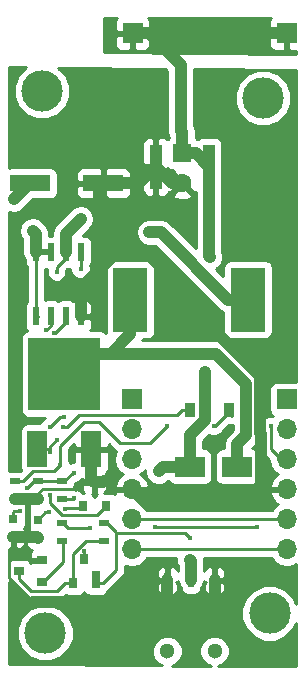
<source format=gtl>
%TF.GenerationSoftware,KiCad,Pcbnew,4.0.7*%
%TF.CreationDate,2017-11-16T22:09:06+08:00*%
%TF.ProjectId,nixie_tube,6E697869655F747562652E6B69636164,rev?*%
%TF.FileFunction,Copper,L1,Top,Signal*%
%FSLAX46Y46*%
G04 Gerber Fmt 4.6, Leading zero omitted, Abs format (unit mm)*
G04 Created by KiCad (PCBNEW 4.0.7) date 11/16/17 22:09:06*
%MOMM*%
%LPD*%
G01*
G04 APERTURE LIST*
%ADD10C,0.100000*%
%ADD11R,1.651000X3.048000*%
%ADD12R,6.096000X6.096000*%
%ADD13C,3.500000*%
%ADD14R,1.600000X1.600000*%
%ADD15C,1.600000*%
%ADD16R,1.000000X3.800000*%
%ADD17R,3.400000X1.400000*%
%ADD18R,0.500000X1.200000*%
%ADD19C,1.300000*%
%ADD20R,0.600000X1.550000*%
%ADD21R,2.900000X5.400000*%
%ADD22R,0.800000X0.900000*%
%ADD23R,0.900000X1.200000*%
%ADD24R,2.500000X1.800000*%
%ADD25R,1.700000X1.700000*%
%ADD26R,0.750000X0.800000*%
%ADD27R,0.900000X0.500000*%
%ADD28R,0.900000X0.800000*%
%ADD29R,0.800000X1.000000*%
%ADD30O,1.700000X1.700000*%
%ADD31C,0.453000*%
%ADD32C,0.600000*%
%ADD33C,1.000000*%
%ADD34C,0.400000*%
%ADD35C,0.250000*%
%ADD36C,1.000000*%
%ADD37C,0.500000*%
%ADD38C,0.254000*%
G04 APERTURE END LIST*
D10*
D11*
X3128000Y-37200000D03*
D12*
X5414000Y-30850000D03*
D11*
X7700000Y-37200000D03*
D13*
X22780000Y-51120000D03*
X3800000Y-52800000D03*
X22200000Y-7500000D03*
X3500000Y-6900000D03*
D14*
X15400000Y-12175000D03*
D15*
X15400000Y-14675000D03*
D16*
X13150000Y-13300000D03*
X17650000Y-13300000D03*
D17*
X2520000Y-14700000D03*
X8720000Y-14700000D03*
D18*
X16130000Y-48310000D03*
X18130000Y-48310000D03*
X14130000Y-48310000D03*
D19*
X14130000Y-54310000D03*
X18130000Y-54310000D03*
D20*
X2995000Y-25950000D03*
X4265000Y-25950000D03*
X5535000Y-25950000D03*
X6805000Y-25950000D03*
X6805000Y-20550000D03*
X5535000Y-20550000D03*
X4265000Y-20550000D03*
X2995000Y-20550000D03*
D21*
X20960000Y-24550000D03*
X11000000Y-24550000D03*
D22*
X7000000Y-42000000D03*
X8900000Y-42000000D03*
X7950000Y-40000000D03*
D23*
X16050000Y-33900000D03*
X19350000Y-33900000D03*
D24*
X16050000Y-38700000D03*
X20050000Y-38700000D03*
D25*
X11200000Y-2000000D03*
D26*
X3150000Y-44700000D03*
X3150000Y-43200000D03*
X1100000Y-44650000D03*
X1100000Y-43150000D03*
D27*
X1200000Y-39925000D03*
X1200000Y-41425000D03*
X5200000Y-41425000D03*
X5200000Y-39925000D03*
X3200000Y-39925000D03*
X3200000Y-41425000D03*
D28*
X3550000Y-48500000D03*
X3550000Y-46600000D03*
X1550000Y-47550000D03*
D27*
X5200000Y-44950000D03*
X5200000Y-43450000D03*
X8800000Y-43450000D03*
X8800000Y-44950000D03*
D22*
X6150000Y-48550000D03*
X8050000Y-48550000D03*
X7100000Y-46550000D03*
D29*
X8050000Y-48000000D03*
D25*
X24250000Y-33000000D03*
D30*
X24250000Y-35540000D03*
X24250000Y-38080000D03*
X24250000Y-40620000D03*
X24250000Y-43160000D03*
X24250000Y-45700000D03*
D25*
X11100000Y-33000000D03*
D30*
X11100000Y-35540000D03*
X11100000Y-38080000D03*
X11100000Y-40620000D03*
X11100000Y-43160000D03*
X11100000Y-45700000D03*
D25*
X24250000Y-2000000D03*
D31*
X4150000Y-42550000D03*
X4161160Y-35303465D03*
X5395441Y-34465377D03*
X4495547Y-27375488D03*
D32*
X8797836Y-39911278D03*
D31*
X6249998Y-39200000D03*
X6780000Y-21950000D03*
X1620000Y-42460000D03*
X2250000Y-40500000D03*
D33*
X17700000Y-20950000D03*
D34*
X6205983Y-41344025D03*
X21875000Y-2800000D03*
X20625000Y-2000000D03*
X21350000Y-2000000D03*
X22200000Y-2000000D03*
X15925000Y-2000000D03*
X14890000Y-2000000D03*
X14225000Y-2665000D03*
X13720000Y-3170000D03*
D33*
X13410000Y-39090000D03*
X17341464Y-30648536D03*
X17350000Y-32450000D03*
D34*
X5450000Y-42250000D03*
X18100002Y-35250000D03*
X14100000Y-35250000D03*
D31*
X5048490Y-38570000D03*
X3890509Y-27129849D03*
D34*
X4200000Y-41100000D03*
D31*
X4766416Y-36419128D03*
D34*
X4220219Y-37416038D03*
D31*
X5296095Y-35317853D03*
D34*
X13050000Y-43824990D03*
D31*
X22925000Y-35250000D03*
D34*
X21760000Y-43790000D03*
X7575010Y-43846613D03*
X1125000Y-16050000D03*
D32*
X12580000Y-18850000D03*
X2730000Y-18710000D03*
D34*
X16030000Y-44750000D03*
D33*
X16030000Y-46600000D03*
D34*
X7092254Y-45865221D03*
X4750000Y-22200000D03*
D31*
X6800000Y-17710000D03*
D35*
X3150000Y-43175000D02*
X3775000Y-42550000D01*
X3150000Y-43200000D02*
X3150000Y-43175000D01*
X3775000Y-42550000D02*
X4150000Y-42550000D01*
X4999248Y-34465377D02*
X4161160Y-35303465D01*
X5395441Y-34465377D02*
X4999248Y-34465377D01*
X5535000Y-26425000D02*
X4584512Y-27375488D01*
X4584512Y-27375488D02*
X4495547Y-27375488D01*
X5535000Y-25950000D02*
X5535000Y-26425000D01*
D36*
X13150000Y-13300000D02*
X14525000Y-14675000D01*
X14525000Y-14675000D02*
X15400000Y-14675000D01*
X8720000Y-14700000D02*
X11750000Y-14700000D01*
X11750000Y-14700000D02*
X13150000Y-13300000D01*
D35*
X1600000Y-45800000D02*
X700000Y-46700000D01*
X700000Y-46700000D02*
X700000Y-48100000D01*
X700000Y-48100000D02*
X2730000Y-50130000D01*
X1600000Y-45800000D02*
X2550000Y-46750000D01*
X1100000Y-45300000D02*
X1600000Y-45800000D01*
X1100000Y-44650000D02*
X1100000Y-45300000D01*
X2550000Y-46750000D02*
X3400000Y-46750000D01*
X3400000Y-46750000D02*
X3550000Y-46600000D01*
X6366184Y-40566186D02*
X6424999Y-40625001D01*
X3200000Y-40925000D02*
X3558814Y-40566186D01*
X3200000Y-41425000D02*
X3200000Y-40925000D01*
X3558814Y-40566186D02*
X6366184Y-40566186D01*
D36*
X12530000Y-20720000D02*
X9660000Y-20720000D01*
X13730000Y-21920000D02*
X12530000Y-20720000D01*
D37*
X6424999Y-40625001D02*
X7050000Y-40000000D01*
X7050000Y-40000000D02*
X7950000Y-40000000D01*
X2296504Y-41571504D02*
X2150000Y-41425000D01*
X2220000Y-44650000D02*
X2296504Y-44573496D01*
X2296504Y-44573496D02*
X2296504Y-41571504D01*
X2150000Y-41425000D02*
X1200000Y-41425000D01*
D36*
X2100171Y-41416698D02*
X2109975Y-41426502D01*
X1200000Y-41425000D02*
X1208302Y-41416698D01*
X2109975Y-41426502D02*
X3198498Y-41426502D01*
X1208302Y-41416698D02*
X2100171Y-41416698D01*
X3198498Y-41426502D02*
X3200000Y-41425000D01*
X7950000Y-40000000D02*
X8709114Y-40000000D01*
X8709114Y-40000000D02*
X8797836Y-39911278D01*
X7700000Y-37200000D02*
X7700000Y-39724000D01*
X1100000Y-44650000D02*
X2220000Y-44650000D01*
X2220000Y-44650000D02*
X3100000Y-44650000D01*
X3100000Y-44650000D02*
X3150000Y-44700000D01*
X7171743Y-50130000D02*
X14150000Y-50130000D01*
X14150000Y-50130000D02*
X17930000Y-50130000D01*
X14130000Y-48310000D02*
X14130000Y-50110000D01*
X14130000Y-50110000D02*
X14150000Y-50130000D01*
X18130000Y-49930000D02*
X18130000Y-48310000D01*
X5148269Y-50150012D02*
X7151731Y-50150012D01*
X7151731Y-50150012D02*
X7171743Y-50130000D01*
X17930000Y-50130000D02*
X18130000Y-49930000D01*
X14130000Y-48660000D02*
X14130000Y-48310000D01*
X18130000Y-48310000D02*
X18130000Y-48660000D01*
X8300000Y-14700000D02*
X8300000Y-15750000D01*
X8300000Y-15750000D02*
X9660000Y-17110000D01*
X9660000Y-17110000D02*
X9660000Y-20720000D01*
X9660000Y-20720000D02*
X6805000Y-23575000D01*
X6805000Y-23575000D02*
X6805000Y-25950000D01*
X8350000Y-14650000D02*
X8300000Y-14700000D01*
X7700000Y-37152329D02*
X7700000Y-37200000D01*
X2730000Y-50130000D02*
X5128257Y-50130000D01*
X5128257Y-50130000D02*
X5148269Y-50150012D01*
X13730000Y-21930000D02*
X13730000Y-21920000D01*
X14170000Y-22370000D02*
X13730000Y-21930000D01*
X14170000Y-23170002D02*
X14170000Y-22370000D01*
X22023499Y-41112501D02*
X22023499Y-35894721D01*
X11949999Y-41469999D02*
X21666001Y-41469999D01*
X21998499Y-30998501D02*
X14170000Y-23170002D01*
X22023499Y-35894721D02*
X21998499Y-35869721D01*
X21666001Y-41469999D02*
X22023499Y-41112501D01*
X11100000Y-40620000D02*
X11949999Y-41469999D01*
X21998499Y-35869721D02*
X21998499Y-30998501D01*
D35*
X6125000Y-39200000D02*
X6249998Y-39200000D01*
X5400000Y-39925000D02*
X6125000Y-39200000D01*
X5200000Y-39925000D02*
X5400000Y-39925000D01*
X6780000Y-21950000D02*
X6780000Y-20575000D01*
X6780000Y-20575000D02*
X6805000Y-20550000D01*
X1140000Y-42460000D02*
X1620000Y-42460000D01*
X1100000Y-42500000D02*
X1140000Y-42460000D01*
X1100000Y-43150000D02*
X1100000Y-42500000D01*
X3200000Y-39925000D02*
X2825000Y-39925000D01*
X2825000Y-39925000D02*
X2250000Y-40500000D01*
X3200000Y-39925000D02*
X5200000Y-39925000D01*
X1100000Y-43150000D02*
X1100000Y-43125000D01*
X6700000Y-20655000D02*
X6805000Y-20550000D01*
D36*
X17650000Y-13300000D02*
X17650000Y-20900000D01*
X17650000Y-20900000D02*
X17700000Y-20950000D01*
X15400000Y-12175000D02*
X15400000Y-10375000D01*
X15400000Y-10375000D02*
X15260000Y-10235000D01*
X15260000Y-10235000D02*
X15260000Y-4710000D01*
X15400000Y-12175000D02*
X16525000Y-12175000D01*
X16525000Y-12175000D02*
X17650000Y-13300000D01*
X16050000Y-36017996D02*
X16050000Y-38700000D01*
X17350000Y-32450000D02*
X17350000Y-34717996D01*
X17350000Y-34717996D02*
X16050000Y-36017996D01*
D35*
X5200000Y-41425000D02*
X6125008Y-41425000D01*
X6125008Y-41425000D02*
X6205983Y-41344025D01*
D36*
X15925000Y-2000000D02*
X20625000Y-2000000D01*
D35*
X21350000Y-2000000D02*
X20625000Y-2000000D01*
X22200000Y-2000000D02*
X21350000Y-2000000D01*
D36*
X22200000Y-2000000D02*
X24250000Y-2000000D01*
D35*
X14890000Y-2000000D02*
X15925000Y-2000000D01*
X14225000Y-2665000D02*
X14890000Y-2000000D01*
X13720000Y-3170000D02*
X14225000Y-2665000D01*
D36*
X15260000Y-4710000D02*
X13720000Y-3170000D01*
X16050000Y-38700000D02*
X13800000Y-38700000D01*
X13800000Y-38700000D02*
X13410000Y-39090000D01*
X13720000Y-3170000D02*
X12550000Y-2000000D01*
X12550000Y-2000000D02*
X11200000Y-2000000D01*
X17350000Y-30657072D02*
X17341464Y-30648536D01*
X17350000Y-32450000D02*
X17350000Y-30657072D01*
D35*
X7000000Y-42000000D02*
X6800000Y-42200000D01*
X6800000Y-42200000D02*
X5500000Y-42200000D01*
X5500000Y-42200000D02*
X5450000Y-42250000D01*
X19350000Y-33900000D02*
X19350000Y-34050000D01*
X18150000Y-35250000D02*
X18100002Y-35250000D01*
X19350000Y-34050000D02*
X18150000Y-35250000D01*
X14100000Y-35250000D02*
X12634999Y-36715001D01*
X12634999Y-36715001D02*
X10149503Y-36715001D01*
X10149503Y-36715001D02*
X8334502Y-34900000D01*
X8334502Y-34900000D02*
X7065498Y-34900000D01*
X7065498Y-34900000D02*
X5048490Y-36917008D01*
X5048490Y-36917008D02*
X5048490Y-38570000D01*
X4523389Y-39095101D02*
X5048490Y-38570000D01*
X1200000Y-39925000D02*
X1900000Y-39925000D01*
X2729899Y-39095101D02*
X4523389Y-39095101D01*
X1900000Y-39925000D02*
X2729899Y-39095101D01*
X4265000Y-26755358D02*
X3890509Y-27129849D01*
X4265000Y-25950000D02*
X4265000Y-26755358D01*
X19346992Y-33903008D02*
X19346992Y-34151991D01*
X19346992Y-34151991D02*
X19573491Y-34378490D01*
X19350000Y-33900000D02*
X19346992Y-33903008D01*
X5197999Y-42775001D02*
X4200000Y-41777002D01*
X8900000Y-42000000D02*
X8900000Y-42050000D01*
X4200000Y-41777002D02*
X4200000Y-41100000D01*
X8174999Y-42775001D02*
X5197999Y-42775001D01*
X8900000Y-42050000D02*
X8174999Y-42775001D01*
X4220219Y-36965325D02*
X4766416Y-36419128D01*
X4220219Y-37416038D02*
X4220219Y-36965325D01*
X4220219Y-37216719D02*
X4220219Y-37416038D01*
X4203500Y-37200000D02*
X4220219Y-37216719D01*
X3128000Y-37200000D02*
X4203500Y-37200000D01*
X9000000Y-42000000D02*
X9090000Y-41910000D01*
X8998490Y-42001510D02*
X8703826Y-42001510D01*
X8703826Y-42001510D02*
X8703008Y-42002328D01*
X9000000Y-42000000D02*
X8998490Y-42001510D01*
X6645698Y-34300000D02*
X5627845Y-35317853D01*
X5627845Y-35317853D02*
X5296095Y-35317853D01*
X14950000Y-34300000D02*
X6645698Y-34300000D01*
X16050000Y-33900000D02*
X15350000Y-33900000D01*
X15350000Y-33900000D02*
X14950000Y-34300000D01*
D36*
X18224999Y-29124999D02*
X9375001Y-29124999D01*
X20798488Y-31698488D02*
X18224999Y-29124999D01*
X20050000Y-36800000D02*
X20798488Y-36051512D01*
X20050000Y-38700000D02*
X20050000Y-36800000D01*
X20798488Y-36051512D02*
X20798488Y-31698488D01*
X7139001Y-29124999D02*
X5414000Y-30850000D01*
X11000000Y-27500000D02*
X9375001Y-29124999D01*
X9375001Y-29124999D02*
X7139001Y-29124999D01*
X11000000Y-24550000D02*
X11000000Y-27500000D01*
D35*
X21760000Y-43790000D02*
X13084990Y-43790000D01*
X13084990Y-43790000D02*
X13050000Y-43824990D01*
X22925000Y-35250000D02*
X22925000Y-37225000D01*
X22925000Y-37225000D02*
X23780000Y-38080000D01*
X23780000Y-38080000D02*
X24250000Y-38080000D01*
X5696613Y-43846613D02*
X7575010Y-43846613D01*
X5300000Y-43450000D02*
X5696613Y-43846613D01*
X24750000Y-43160000D02*
X11100000Y-43160000D01*
X10890000Y-43150000D02*
X10900000Y-43160000D01*
X11200000Y-45700000D02*
X24750000Y-45700000D01*
D36*
X2100000Y-15075000D02*
X1125000Y-16050000D01*
X2100000Y-14700000D02*
X2100000Y-15075000D01*
D35*
X2995000Y-20550000D02*
X2995000Y-25950000D01*
D36*
X2995000Y-20550000D02*
X2995000Y-18975000D01*
X2995000Y-18975000D02*
X2730000Y-18710000D01*
D37*
X4265000Y-20550000D02*
X2995000Y-20550000D01*
D36*
X12580000Y-18850000D02*
X13560000Y-18850000D01*
X13560000Y-18850000D02*
X19260000Y-24550000D01*
X19260000Y-24550000D02*
X20960000Y-24550000D01*
D37*
X2100000Y-14700000D02*
X3100000Y-14700000D01*
X3050000Y-26005000D02*
X2995000Y-25950000D01*
D35*
X5300000Y-46800000D02*
X5300000Y-45150000D01*
X3600000Y-48500000D02*
X5300000Y-46800000D01*
X5300000Y-45150000D02*
X5300000Y-44950000D01*
X3550000Y-48500000D02*
X3600000Y-48500000D01*
X15630000Y-44350000D02*
X16030000Y-44750000D01*
X9900000Y-44350000D02*
X15630000Y-44350000D01*
X9800000Y-44450000D02*
X9900000Y-44350000D01*
X8050000Y-48000000D02*
X8050000Y-48550000D01*
X8800000Y-43450000D02*
X9000000Y-43450000D01*
X9000000Y-43450000D02*
X9800000Y-44250000D01*
X9800000Y-44250000D02*
X9800000Y-44450000D01*
X8050000Y-48550000D02*
X8700000Y-48550000D01*
X8700000Y-48550000D02*
X9800000Y-47450000D01*
X9800000Y-47450000D02*
X9800000Y-44450000D01*
X8800000Y-43450000D02*
X8600000Y-43450000D01*
D36*
X16130000Y-48310000D02*
X16130000Y-46700000D01*
X16130000Y-46700000D02*
X16030000Y-46600000D01*
D35*
X8050000Y-48550000D02*
X8050000Y-48600000D01*
X7092254Y-46148063D02*
X7092254Y-45865221D01*
X7092254Y-46542254D02*
X7092254Y-46148063D01*
X7100000Y-46550000D02*
X7092254Y-46542254D01*
X5535000Y-21025000D02*
X4750000Y-21810000D01*
X5535000Y-20550000D02*
X5535000Y-21025000D01*
X4750000Y-21810000D02*
X4750000Y-22200000D01*
D36*
X5535000Y-20550000D02*
X5535000Y-18975000D01*
X5535000Y-18975000D02*
X6800000Y-17710000D01*
X5530000Y-20555000D02*
X5535000Y-20550000D01*
D35*
X1550000Y-47550000D02*
X1550000Y-48200000D01*
X1550000Y-48200000D02*
X2575001Y-49225001D01*
X2575001Y-49225001D02*
X4824999Y-49225001D01*
X4824999Y-49225001D02*
X5500000Y-48550000D01*
X5500000Y-48550000D02*
X6150000Y-48550000D01*
X8800000Y-44950000D02*
X7264998Y-44950000D01*
X6150000Y-46064998D02*
X6150000Y-48550000D01*
X7264998Y-44950000D02*
X6150000Y-46064998D01*
X6150000Y-48500000D02*
X6150000Y-48550000D01*
D38*
G36*
X14894803Y-46824775D02*
X14995000Y-47067269D01*
X14995000Y-47535407D01*
X14918327Y-47350302D01*
X14739699Y-47171673D01*
X14506310Y-47075000D01*
X14413750Y-47075000D01*
X14255000Y-47233750D01*
X14255000Y-48183000D01*
X14277000Y-48183000D01*
X14277000Y-48437000D01*
X14255000Y-48437000D01*
X14255000Y-49386250D01*
X14413750Y-49545000D01*
X14506310Y-49545000D01*
X14739699Y-49448327D01*
X14918327Y-49269698D01*
X15015000Y-49036309D01*
X15015000Y-48595750D01*
X14856252Y-48437002D01*
X15015000Y-48437002D01*
X15015000Y-48410547D01*
X15081397Y-48744346D01*
X15248426Y-48994323D01*
X15276838Y-49145317D01*
X15415910Y-49361441D01*
X15628110Y-49506431D01*
X15880000Y-49557440D01*
X16380000Y-49557440D01*
X16615317Y-49513162D01*
X16831441Y-49374090D01*
X16976431Y-49161890D01*
X17009838Y-48996920D01*
X17178603Y-48744346D01*
X17245000Y-48410547D01*
X17245000Y-48437002D01*
X17403748Y-48437002D01*
X17245000Y-48595750D01*
X17245000Y-49036309D01*
X17341673Y-49269698D01*
X17520301Y-49448327D01*
X17753690Y-49545000D01*
X17846250Y-49545000D01*
X18005000Y-49386250D01*
X18005000Y-48437000D01*
X18255000Y-48437000D01*
X18255000Y-49386250D01*
X18413750Y-49545000D01*
X18506310Y-49545000D01*
X18739699Y-49448327D01*
X18918327Y-49269698D01*
X19015000Y-49036309D01*
X19015000Y-48595750D01*
X18856250Y-48437000D01*
X18255000Y-48437000D01*
X18005000Y-48437000D01*
X17983000Y-48437000D01*
X17983000Y-48183000D01*
X18005000Y-48183000D01*
X18005000Y-47233750D01*
X18255000Y-47233750D01*
X18255000Y-48183000D01*
X18856250Y-48183000D01*
X19015000Y-48024250D01*
X19015000Y-47583691D01*
X18918327Y-47350302D01*
X18739699Y-47171673D01*
X18506310Y-47075000D01*
X18413750Y-47075000D01*
X18255000Y-47233750D01*
X18005000Y-47233750D01*
X17846250Y-47075000D01*
X17753690Y-47075000D01*
X17520301Y-47171673D01*
X17341673Y-47350302D01*
X17265000Y-47535407D01*
X17265000Y-46700000D01*
X17217261Y-46460000D01*
X22977046Y-46460000D01*
X23170853Y-46750054D01*
X23652622Y-47071961D01*
X24220907Y-47185000D01*
X24279093Y-47185000D01*
X24847378Y-47071961D01*
X25040000Y-46943255D01*
X25040000Y-50344152D01*
X24803084Y-49770771D01*
X24132758Y-49099274D01*
X23256487Y-48735415D01*
X22307675Y-48734587D01*
X21430771Y-49096916D01*
X20759274Y-49767242D01*
X20395415Y-50643513D01*
X20394587Y-51592325D01*
X20756916Y-52469229D01*
X21427242Y-53140726D01*
X22303513Y-53504585D01*
X23252325Y-53505413D01*
X24129229Y-53143084D01*
X24800726Y-52472758D01*
X25040000Y-51896521D01*
X25040000Y-55590000D01*
X20436972Y-55590000D01*
X18441380Y-55571713D01*
X18856943Y-55400005D01*
X19218735Y-55038845D01*
X19414777Y-54566724D01*
X19415223Y-54055519D01*
X19220005Y-53583057D01*
X18858845Y-53221265D01*
X18386724Y-53025223D01*
X17875519Y-53024777D01*
X17403057Y-53219995D01*
X17041265Y-53581155D01*
X16845223Y-54053276D01*
X16844777Y-54564481D01*
X17039995Y-55036943D01*
X17401155Y-55398735D01*
X17803658Y-55565869D01*
X14528168Y-55535853D01*
X14856943Y-55400005D01*
X15218735Y-55038845D01*
X15414777Y-54566724D01*
X15415223Y-54055519D01*
X15220005Y-53583057D01*
X14858845Y-53221265D01*
X14386724Y-53025223D01*
X13875519Y-53024777D01*
X13403057Y-53219995D01*
X13041265Y-53581155D01*
X12845223Y-54053276D01*
X12844777Y-54564481D01*
X13039995Y-55036943D01*
X13401155Y-55398735D01*
X13713390Y-55528386D01*
X710000Y-55409226D01*
X710000Y-53272325D01*
X1414587Y-53272325D01*
X1776916Y-54149229D01*
X2447242Y-54820726D01*
X3323513Y-55184585D01*
X4272325Y-55185413D01*
X5149229Y-54823084D01*
X5820726Y-54152758D01*
X6184585Y-53276487D01*
X6185413Y-52327675D01*
X5823084Y-51450771D01*
X5152758Y-50779274D01*
X4276487Y-50415415D01*
X3327675Y-50414587D01*
X2450771Y-50776916D01*
X1779274Y-51447242D01*
X1415415Y-52323513D01*
X1414587Y-53272325D01*
X710000Y-53272325D01*
X710000Y-48452065D01*
X848110Y-48546431D01*
X890770Y-48555070D01*
X1012599Y-48737401D01*
X2037600Y-49762402D01*
X2284161Y-49927149D01*
X2575001Y-49985001D01*
X4824999Y-49985001D01*
X5115838Y-49927149D01*
X5362400Y-49762402D01*
X5523275Y-49601527D01*
X5750000Y-49647440D01*
X6550000Y-49647440D01*
X6785317Y-49603162D01*
X7001441Y-49464090D01*
X7100633Y-49318917D01*
X7185910Y-49451441D01*
X7398110Y-49596431D01*
X7650000Y-49647440D01*
X8450000Y-49647440D01*
X8685317Y-49603162D01*
X8901441Y-49464090D01*
X9046431Y-49251890D01*
X9055070Y-49209230D01*
X9237401Y-49087401D01*
X9729052Y-48595750D01*
X13245000Y-48595750D01*
X13245000Y-49036309D01*
X13341673Y-49269698D01*
X13520301Y-49448327D01*
X13753690Y-49545000D01*
X13846250Y-49545000D01*
X14005000Y-49386250D01*
X14005000Y-48437000D01*
X13403750Y-48437000D01*
X13245000Y-48595750D01*
X9729052Y-48595750D01*
X10337401Y-47987401D01*
X10502148Y-47740839D01*
X10533406Y-47583691D01*
X13245000Y-47583691D01*
X13245000Y-48024250D01*
X13403750Y-48183000D01*
X14005000Y-48183000D01*
X14005000Y-47233750D01*
X13846250Y-47075000D01*
X13753690Y-47075000D01*
X13520301Y-47171673D01*
X13341673Y-47350302D01*
X13245000Y-47583691D01*
X10533406Y-47583691D01*
X10560000Y-47450000D01*
X10560000Y-47083374D01*
X11070907Y-47185000D01*
X11129093Y-47185000D01*
X11697378Y-47071961D01*
X12179147Y-46750054D01*
X12372954Y-46460000D01*
X14895121Y-46460000D01*
X14894803Y-46824775D01*
X14894803Y-46824775D01*
G37*
X14894803Y-46824775D02*
X14995000Y-47067269D01*
X14995000Y-47535407D01*
X14918327Y-47350302D01*
X14739699Y-47171673D01*
X14506310Y-47075000D01*
X14413750Y-47075000D01*
X14255000Y-47233750D01*
X14255000Y-48183000D01*
X14277000Y-48183000D01*
X14277000Y-48437000D01*
X14255000Y-48437000D01*
X14255000Y-49386250D01*
X14413750Y-49545000D01*
X14506310Y-49545000D01*
X14739699Y-49448327D01*
X14918327Y-49269698D01*
X15015000Y-49036309D01*
X15015000Y-48595750D01*
X14856252Y-48437002D01*
X15015000Y-48437002D01*
X15015000Y-48410547D01*
X15081397Y-48744346D01*
X15248426Y-48994323D01*
X15276838Y-49145317D01*
X15415910Y-49361441D01*
X15628110Y-49506431D01*
X15880000Y-49557440D01*
X16380000Y-49557440D01*
X16615317Y-49513162D01*
X16831441Y-49374090D01*
X16976431Y-49161890D01*
X17009838Y-48996920D01*
X17178603Y-48744346D01*
X17245000Y-48410547D01*
X17245000Y-48437002D01*
X17403748Y-48437002D01*
X17245000Y-48595750D01*
X17245000Y-49036309D01*
X17341673Y-49269698D01*
X17520301Y-49448327D01*
X17753690Y-49545000D01*
X17846250Y-49545000D01*
X18005000Y-49386250D01*
X18005000Y-48437000D01*
X18255000Y-48437000D01*
X18255000Y-49386250D01*
X18413750Y-49545000D01*
X18506310Y-49545000D01*
X18739699Y-49448327D01*
X18918327Y-49269698D01*
X19015000Y-49036309D01*
X19015000Y-48595750D01*
X18856250Y-48437000D01*
X18255000Y-48437000D01*
X18005000Y-48437000D01*
X17983000Y-48437000D01*
X17983000Y-48183000D01*
X18005000Y-48183000D01*
X18005000Y-47233750D01*
X18255000Y-47233750D01*
X18255000Y-48183000D01*
X18856250Y-48183000D01*
X19015000Y-48024250D01*
X19015000Y-47583691D01*
X18918327Y-47350302D01*
X18739699Y-47171673D01*
X18506310Y-47075000D01*
X18413750Y-47075000D01*
X18255000Y-47233750D01*
X18005000Y-47233750D01*
X17846250Y-47075000D01*
X17753690Y-47075000D01*
X17520301Y-47171673D01*
X17341673Y-47350302D01*
X17265000Y-47535407D01*
X17265000Y-46700000D01*
X17217261Y-46460000D01*
X22977046Y-46460000D01*
X23170853Y-46750054D01*
X23652622Y-47071961D01*
X24220907Y-47185000D01*
X24279093Y-47185000D01*
X24847378Y-47071961D01*
X25040000Y-46943255D01*
X25040000Y-50344152D01*
X24803084Y-49770771D01*
X24132758Y-49099274D01*
X23256487Y-48735415D01*
X22307675Y-48734587D01*
X21430771Y-49096916D01*
X20759274Y-49767242D01*
X20395415Y-50643513D01*
X20394587Y-51592325D01*
X20756916Y-52469229D01*
X21427242Y-53140726D01*
X22303513Y-53504585D01*
X23252325Y-53505413D01*
X24129229Y-53143084D01*
X24800726Y-52472758D01*
X25040000Y-51896521D01*
X25040000Y-55590000D01*
X20436972Y-55590000D01*
X18441380Y-55571713D01*
X18856943Y-55400005D01*
X19218735Y-55038845D01*
X19414777Y-54566724D01*
X19415223Y-54055519D01*
X19220005Y-53583057D01*
X18858845Y-53221265D01*
X18386724Y-53025223D01*
X17875519Y-53024777D01*
X17403057Y-53219995D01*
X17041265Y-53581155D01*
X16845223Y-54053276D01*
X16844777Y-54564481D01*
X17039995Y-55036943D01*
X17401155Y-55398735D01*
X17803658Y-55565869D01*
X14528168Y-55535853D01*
X14856943Y-55400005D01*
X15218735Y-55038845D01*
X15414777Y-54566724D01*
X15415223Y-54055519D01*
X15220005Y-53583057D01*
X14858845Y-53221265D01*
X14386724Y-53025223D01*
X13875519Y-53024777D01*
X13403057Y-53219995D01*
X13041265Y-53581155D01*
X12845223Y-54053276D01*
X12844777Y-54564481D01*
X13039995Y-55036943D01*
X13401155Y-55398735D01*
X13713390Y-55528386D01*
X710000Y-55409226D01*
X710000Y-53272325D01*
X1414587Y-53272325D01*
X1776916Y-54149229D01*
X2447242Y-54820726D01*
X3323513Y-55184585D01*
X4272325Y-55185413D01*
X5149229Y-54823084D01*
X5820726Y-54152758D01*
X6184585Y-53276487D01*
X6185413Y-52327675D01*
X5823084Y-51450771D01*
X5152758Y-50779274D01*
X4276487Y-50415415D01*
X3327675Y-50414587D01*
X2450771Y-50776916D01*
X1779274Y-51447242D01*
X1415415Y-52323513D01*
X1414587Y-53272325D01*
X710000Y-53272325D01*
X710000Y-48452065D01*
X848110Y-48546431D01*
X890770Y-48555070D01*
X1012599Y-48737401D01*
X2037600Y-49762402D01*
X2284161Y-49927149D01*
X2575001Y-49985001D01*
X4824999Y-49985001D01*
X5115838Y-49927149D01*
X5362400Y-49762402D01*
X5523275Y-49601527D01*
X5750000Y-49647440D01*
X6550000Y-49647440D01*
X6785317Y-49603162D01*
X7001441Y-49464090D01*
X7100633Y-49318917D01*
X7185910Y-49451441D01*
X7398110Y-49596431D01*
X7650000Y-49647440D01*
X8450000Y-49647440D01*
X8685317Y-49603162D01*
X8901441Y-49464090D01*
X9046431Y-49251890D01*
X9055070Y-49209230D01*
X9237401Y-49087401D01*
X9729052Y-48595750D01*
X13245000Y-48595750D01*
X13245000Y-49036309D01*
X13341673Y-49269698D01*
X13520301Y-49448327D01*
X13753690Y-49545000D01*
X13846250Y-49545000D01*
X14005000Y-49386250D01*
X14005000Y-48437000D01*
X13403750Y-48437000D01*
X13245000Y-48595750D01*
X9729052Y-48595750D01*
X10337401Y-47987401D01*
X10502148Y-47740839D01*
X10533406Y-47583691D01*
X13245000Y-47583691D01*
X13245000Y-48024250D01*
X13403750Y-48183000D01*
X14005000Y-48183000D01*
X14005000Y-47233750D01*
X13846250Y-47075000D01*
X13753690Y-47075000D01*
X13520301Y-47171673D01*
X13341673Y-47350302D01*
X13245000Y-47583691D01*
X10533406Y-47583691D01*
X10560000Y-47450000D01*
X10560000Y-47083374D01*
X11070907Y-47185000D01*
X11129093Y-47185000D01*
X11697378Y-47071961D01*
X12179147Y-46750054D01*
X12372954Y-46460000D01*
X14895121Y-46460000D01*
X14894803Y-46824775D01*
G36*
X2127560Y-43600000D02*
X2171838Y-43835317D01*
X2238329Y-43938646D01*
X2236673Y-43940302D01*
X2140000Y-44173691D01*
X2140000Y-44414250D01*
X2298750Y-44573000D01*
X3023000Y-44573000D01*
X3023000Y-44553000D01*
X3277000Y-44553000D01*
X3277000Y-44573000D01*
X3297000Y-44573000D01*
X3297000Y-44827000D01*
X3277000Y-44827000D01*
X3277000Y-44847000D01*
X3023000Y-44847000D01*
X3023000Y-44827000D01*
X2298750Y-44827000D01*
X2140000Y-44985750D01*
X2140000Y-45226309D01*
X2236673Y-45459698D01*
X2415301Y-45638327D01*
X2648690Y-45735000D01*
X2666975Y-45735000D01*
X2561673Y-45840301D01*
X2465000Y-46073690D01*
X2465000Y-46314250D01*
X2623750Y-46473000D01*
X3423000Y-46473000D01*
X3423000Y-46453000D01*
X3677000Y-46453000D01*
X3677000Y-46473000D01*
X3697000Y-46473000D01*
X3697000Y-46727000D01*
X3677000Y-46727000D01*
X3677000Y-46747000D01*
X3423000Y-46747000D01*
X3423000Y-46727000D01*
X2623750Y-46727000D01*
X2537738Y-46813012D01*
X2464090Y-46698559D01*
X2251890Y-46553569D01*
X2000000Y-46502560D01*
X1100000Y-46502560D01*
X864683Y-46546838D01*
X710000Y-46646374D01*
X710000Y-45685000D01*
X814250Y-45685000D01*
X973000Y-45526250D01*
X973000Y-44777000D01*
X1227000Y-44777000D01*
X1227000Y-45526250D01*
X1385750Y-45685000D01*
X1601310Y-45685000D01*
X1834699Y-45588327D01*
X2013327Y-45409698D01*
X2110000Y-45176309D01*
X2110000Y-44935750D01*
X1951250Y-44777000D01*
X1227000Y-44777000D01*
X973000Y-44777000D01*
X953000Y-44777000D01*
X953000Y-44523000D01*
X973000Y-44523000D01*
X973000Y-44503000D01*
X1227000Y-44503000D01*
X1227000Y-44523000D01*
X1951250Y-44523000D01*
X2110000Y-44364250D01*
X2110000Y-44123691D01*
X2013327Y-43890302D01*
X2011957Y-43888932D01*
X2071431Y-43801890D01*
X2122440Y-43550000D01*
X2122440Y-43175719D01*
X2127560Y-43170608D01*
X2127560Y-43600000D01*
X2127560Y-43600000D01*
G37*
X2127560Y-43600000D02*
X2171838Y-43835317D01*
X2238329Y-43938646D01*
X2236673Y-43940302D01*
X2140000Y-44173691D01*
X2140000Y-44414250D01*
X2298750Y-44573000D01*
X3023000Y-44573000D01*
X3023000Y-44553000D01*
X3277000Y-44553000D01*
X3277000Y-44573000D01*
X3297000Y-44573000D01*
X3297000Y-44827000D01*
X3277000Y-44827000D01*
X3277000Y-44847000D01*
X3023000Y-44847000D01*
X3023000Y-44827000D01*
X2298750Y-44827000D01*
X2140000Y-44985750D01*
X2140000Y-45226309D01*
X2236673Y-45459698D01*
X2415301Y-45638327D01*
X2648690Y-45735000D01*
X2666975Y-45735000D01*
X2561673Y-45840301D01*
X2465000Y-46073690D01*
X2465000Y-46314250D01*
X2623750Y-46473000D01*
X3423000Y-46473000D01*
X3423000Y-46453000D01*
X3677000Y-46453000D01*
X3677000Y-46473000D01*
X3697000Y-46473000D01*
X3697000Y-46727000D01*
X3677000Y-46727000D01*
X3677000Y-46747000D01*
X3423000Y-46747000D01*
X3423000Y-46727000D01*
X2623750Y-46727000D01*
X2537738Y-46813012D01*
X2464090Y-46698559D01*
X2251890Y-46553569D01*
X2000000Y-46502560D01*
X1100000Y-46502560D01*
X864683Y-46546838D01*
X710000Y-46646374D01*
X710000Y-45685000D01*
X814250Y-45685000D01*
X973000Y-45526250D01*
X973000Y-44777000D01*
X1227000Y-44777000D01*
X1227000Y-45526250D01*
X1385750Y-45685000D01*
X1601310Y-45685000D01*
X1834699Y-45588327D01*
X2013327Y-45409698D01*
X2110000Y-45176309D01*
X2110000Y-44935750D01*
X1951250Y-44777000D01*
X1227000Y-44777000D01*
X973000Y-44777000D01*
X953000Y-44777000D01*
X953000Y-44523000D01*
X973000Y-44523000D01*
X973000Y-44503000D01*
X1227000Y-44503000D01*
X1227000Y-44523000D01*
X1951250Y-44523000D01*
X2110000Y-44364250D01*
X2110000Y-44123691D01*
X2013327Y-43890302D01*
X2011957Y-43888932D01*
X2071431Y-43801890D01*
X2122440Y-43550000D01*
X2122440Y-43175719D01*
X2127560Y-43170608D01*
X2127560Y-43600000D01*
G36*
X2131999Y-4895655D02*
X1479274Y-5547242D01*
X1115415Y-6423513D01*
X1114587Y-7372325D01*
X1476916Y-8249229D01*
X2147242Y-8920726D01*
X3023513Y-9284585D01*
X3972325Y-9285413D01*
X4849229Y-8923084D01*
X5520726Y-8252758D01*
X5884585Y-7376487D01*
X5885413Y-6427675D01*
X5523084Y-5550771D01*
X4895741Y-4922332D01*
X13954641Y-5009773D01*
X14125000Y-5180132D01*
X14125000Y-10235000D01*
X14211397Y-10669346D01*
X14265000Y-10749568D01*
X14265000Y-10835982D01*
X14148559Y-10910910D01*
X14112179Y-10964154D01*
X14009699Y-10861673D01*
X13776310Y-10765000D01*
X13435750Y-10765000D01*
X13277000Y-10923750D01*
X13277000Y-13173000D01*
X13297000Y-13173000D01*
X13297000Y-13427000D01*
X13277000Y-13427000D01*
X13277000Y-15676250D01*
X13435750Y-15835000D01*
X13776310Y-15835000D01*
X14009699Y-15738327D01*
X14065280Y-15682745D01*
X14571861Y-15682745D01*
X14645995Y-15928864D01*
X15183223Y-16121965D01*
X15753454Y-16094778D01*
X16154005Y-15928864D01*
X16228139Y-15682745D01*
X15400000Y-14854605D01*
X14571861Y-15682745D01*
X14065280Y-15682745D01*
X14188327Y-15559698D01*
X14231777Y-15454801D01*
X14392255Y-15503139D01*
X15220395Y-14675000D01*
X14392255Y-13846861D01*
X14285000Y-13879167D01*
X14285000Y-13585750D01*
X14126252Y-13427002D01*
X14136731Y-13427002D01*
X14348110Y-13571431D01*
X14586201Y-13619646D01*
X14571861Y-13667255D01*
X15400000Y-14495395D01*
X15414142Y-14481252D01*
X15593748Y-14660858D01*
X15579605Y-14675000D01*
X16407745Y-15503139D01*
X16515000Y-15470833D01*
X16515000Y-20199868D01*
X14362566Y-18047434D01*
X13994346Y-17801397D01*
X13560000Y-17715000D01*
X12580000Y-17715000D01*
X12145654Y-17801397D01*
X11777434Y-18047434D01*
X11531397Y-18415654D01*
X11445000Y-18850000D01*
X11531397Y-19284346D01*
X11777434Y-19652566D01*
X12145654Y-19898603D01*
X12580000Y-19985000D01*
X13089868Y-19985000D01*
X18457434Y-25352566D01*
X18825654Y-25598603D01*
X18862560Y-25605944D01*
X18862560Y-27250000D01*
X18906838Y-27485317D01*
X19045910Y-27701441D01*
X19258110Y-27846431D01*
X19510000Y-27897440D01*
X22410000Y-27897440D01*
X22645317Y-27853162D01*
X22861441Y-27714090D01*
X23006431Y-27501890D01*
X23057440Y-27250000D01*
X23057440Y-21850000D01*
X23013162Y-21614683D01*
X22874090Y-21398559D01*
X22661890Y-21253569D01*
X22410000Y-21202560D01*
X19510000Y-21202560D01*
X19274683Y-21246838D01*
X19058559Y-21385910D01*
X18913569Y-21598110D01*
X18862560Y-21850000D01*
X18862560Y-22547428D01*
X18261285Y-21946153D01*
X18342086Y-21912767D01*
X18661645Y-21593765D01*
X18834803Y-21176756D01*
X18835197Y-20725225D01*
X18785000Y-20603739D01*
X18785000Y-15261431D01*
X18797440Y-15200000D01*
X18797440Y-11400000D01*
X18753162Y-11164683D01*
X18614090Y-10948559D01*
X18401890Y-10803569D01*
X18150000Y-10752560D01*
X17150000Y-10752560D01*
X16914683Y-10796838D01*
X16698559Y-10935910D01*
X16684901Y-10955900D01*
X16664090Y-10923559D01*
X16535000Y-10835356D01*
X16535000Y-10375000D01*
X16448603Y-9940654D01*
X16395000Y-9860432D01*
X16395000Y-7972325D01*
X19814587Y-7972325D01*
X20176916Y-8849229D01*
X20847242Y-9520726D01*
X21723513Y-9884585D01*
X22672325Y-9885413D01*
X23549229Y-9523084D01*
X24220726Y-8852758D01*
X24584585Y-7976487D01*
X24585413Y-7027675D01*
X24223084Y-6150771D01*
X23552758Y-5479274D01*
X22676487Y-5115415D01*
X21727675Y-5114587D01*
X20850771Y-5476916D01*
X20179274Y-6147242D01*
X19815415Y-7023513D01*
X19814587Y-7972325D01*
X16395000Y-7972325D01*
X16395000Y-5033328D01*
X25040000Y-5116774D01*
X25040000Y-31502560D01*
X23400000Y-31502560D01*
X23164683Y-31546838D01*
X22948559Y-31685910D01*
X22803569Y-31898110D01*
X22752560Y-32150000D01*
X22752560Y-33850000D01*
X22796838Y-34085317D01*
X22935910Y-34301441D01*
X23063502Y-34388621D01*
X22754389Y-34388351D01*
X22437637Y-34519230D01*
X22195082Y-34761362D01*
X22063650Y-35077885D01*
X22063351Y-35420611D01*
X22165000Y-35666621D01*
X22165000Y-37225000D01*
X22222852Y-37515839D01*
X22387599Y-37762401D01*
X22743532Y-38118334D01*
X22848946Y-38648285D01*
X23170853Y-39130054D01*
X23511553Y-39357702D01*
X23368642Y-39424817D01*
X22978355Y-39853076D01*
X22808524Y-40263110D01*
X22929845Y-40493000D01*
X24123000Y-40493000D01*
X24123000Y-40473000D01*
X24377000Y-40473000D01*
X24377000Y-40493000D01*
X24397000Y-40493000D01*
X24397000Y-40747000D01*
X24377000Y-40747000D01*
X24377000Y-40767000D01*
X24123000Y-40767000D01*
X24123000Y-40747000D01*
X22929845Y-40747000D01*
X22808524Y-40976890D01*
X22978355Y-41386924D01*
X23368642Y-41815183D01*
X23511553Y-41882298D01*
X23170853Y-42109946D01*
X22977046Y-42400000D01*
X12372954Y-42400000D01*
X12179147Y-42109946D01*
X11838447Y-41882298D01*
X11981358Y-41815183D01*
X12371645Y-41386924D01*
X12541476Y-40976890D01*
X12420155Y-40747000D01*
X11227000Y-40747000D01*
X11227000Y-40767000D01*
X10973000Y-40767000D01*
X10973000Y-40747000D01*
X9779845Y-40747000D01*
X9658524Y-40976890D01*
X9687141Y-41045982D01*
X9551890Y-40953569D01*
X9300000Y-40902560D01*
X8795466Y-40902560D01*
X8888327Y-40809698D01*
X8985000Y-40576309D01*
X8985000Y-40285750D01*
X8826250Y-40127000D01*
X8077000Y-40127000D01*
X8077000Y-40926250D01*
X8163012Y-41012262D01*
X8048559Y-41085910D01*
X7949367Y-41231083D01*
X7864090Y-41098559D01*
X7737314Y-41011936D01*
X7823000Y-40926250D01*
X7823000Y-40127000D01*
X7073750Y-40127000D01*
X6915000Y-40285750D01*
X6915000Y-40576309D01*
X7011673Y-40809698D01*
X7104534Y-40902560D01*
X6927045Y-40902560D01*
X6914275Y-40871653D01*
X6679590Y-40636559D01*
X6372804Y-40509170D01*
X6190320Y-40509011D01*
X6246431Y-40426890D01*
X6297440Y-40175000D01*
X6297440Y-40102362D01*
X6338225Y-40061577D01*
X6420609Y-40061649D01*
X6737361Y-39930770D01*
X6934612Y-39733862D01*
X7073750Y-39873000D01*
X7823000Y-39873000D01*
X7823000Y-39853000D01*
X8077000Y-39853000D01*
X8077000Y-39873000D01*
X8826250Y-39873000D01*
X8985000Y-39714250D01*
X8985000Y-39423691D01*
X8908506Y-39239019D01*
X9063827Y-39083699D01*
X9160500Y-38850310D01*
X9160500Y-37485750D01*
X9001750Y-37327000D01*
X7827000Y-37327000D01*
X7827000Y-37347000D01*
X7573000Y-37347000D01*
X7573000Y-37327000D01*
X6398250Y-37327000D01*
X6239500Y-37485750D01*
X6239500Y-38338491D01*
X6079387Y-38338351D01*
X5910131Y-38408286D01*
X5910139Y-38399389D01*
X5808490Y-38153379D01*
X5808490Y-37231810D01*
X6239500Y-36800800D01*
X6239500Y-36914250D01*
X6398250Y-37073000D01*
X7573000Y-37073000D01*
X7573000Y-37053000D01*
X7827000Y-37053000D01*
X7827000Y-37073000D01*
X9001750Y-37073000D01*
X9160500Y-36914250D01*
X9160500Y-36800800D01*
X9612102Y-37252402D01*
X9791928Y-37372557D01*
X9698946Y-37511715D01*
X9585907Y-38080000D01*
X9698946Y-38648285D01*
X10020853Y-39130054D01*
X10361553Y-39357702D01*
X10218642Y-39424817D01*
X9828355Y-39853076D01*
X9658524Y-40263110D01*
X9779845Y-40493000D01*
X10973000Y-40493000D01*
X10973000Y-40473000D01*
X11227000Y-40473000D01*
X11227000Y-40493000D01*
X12420155Y-40493000D01*
X12541476Y-40263110D01*
X12371645Y-39853076D01*
X11981358Y-39424817D01*
X11838447Y-39357702D01*
X12179147Y-39130054D01*
X12275089Y-38986466D01*
X12274803Y-39314775D01*
X12447233Y-39732086D01*
X12766235Y-40051645D01*
X13183244Y-40224803D01*
X13634775Y-40225197D01*
X14052086Y-40052767D01*
X14225420Y-39879735D01*
X14335910Y-40051441D01*
X14548110Y-40196431D01*
X14800000Y-40247440D01*
X17300000Y-40247440D01*
X17535317Y-40203162D01*
X17751441Y-40064090D01*
X17896431Y-39851890D01*
X17947440Y-39600000D01*
X17947440Y-37800000D01*
X17903162Y-37564683D01*
X17764090Y-37348559D01*
X17551890Y-37203569D01*
X17300000Y-37152560D01*
X17185000Y-37152560D01*
X17185000Y-36488128D01*
X17689471Y-35983657D01*
X17933181Y-36084855D01*
X18265365Y-36085145D01*
X18572374Y-35958292D01*
X18807468Y-35723607D01*
X18847427Y-35627375D01*
X19327362Y-35147440D01*
X19663488Y-35147440D01*
X19663488Y-35581380D01*
X19247434Y-35997434D01*
X19001397Y-36365654D01*
X18915000Y-36800000D01*
X18915000Y-37152560D01*
X18800000Y-37152560D01*
X18564683Y-37196838D01*
X18348559Y-37335910D01*
X18203569Y-37548110D01*
X18152560Y-37800000D01*
X18152560Y-39600000D01*
X18196838Y-39835317D01*
X18335910Y-40051441D01*
X18548110Y-40196431D01*
X18800000Y-40247440D01*
X21300000Y-40247440D01*
X21535317Y-40203162D01*
X21751441Y-40064090D01*
X21896431Y-39851890D01*
X21947440Y-39600000D01*
X21947440Y-37800000D01*
X21903162Y-37564683D01*
X21764090Y-37348559D01*
X21551890Y-37203569D01*
X21302139Y-37152993D01*
X21601054Y-36854078D01*
X21717825Y-36679318D01*
X21847091Y-36485858D01*
X21933488Y-36051512D01*
X21933488Y-31698488D01*
X21847091Y-31264142D01*
X21601054Y-30895922D01*
X19027565Y-28322433D01*
X18997832Y-28302566D01*
X18659345Y-28076396D01*
X18224999Y-27989999D01*
X12011417Y-27989999D01*
X12048604Y-27934345D01*
X12055945Y-27897440D01*
X12450000Y-27897440D01*
X12685317Y-27853162D01*
X12901441Y-27714090D01*
X13046431Y-27501890D01*
X13097440Y-27250000D01*
X13097440Y-21850000D01*
X13053162Y-21614683D01*
X12914090Y-21398559D01*
X12701890Y-21253569D01*
X12450000Y-21202560D01*
X9550000Y-21202560D01*
X9314683Y-21246838D01*
X9098559Y-21385910D01*
X8953569Y-21598110D01*
X8902560Y-21850000D01*
X8902560Y-27250000D01*
X8920802Y-27346946D01*
X8713890Y-27205569D01*
X8462000Y-27154560D01*
X7573465Y-27154560D01*
X7643327Y-27084698D01*
X7740000Y-26851309D01*
X7740000Y-26235750D01*
X7581250Y-26077000D01*
X6932000Y-26077000D01*
X6932000Y-26097000D01*
X6678000Y-26097000D01*
X6678000Y-26077000D01*
X6658000Y-26077000D01*
X6658000Y-25823000D01*
X6678000Y-25823000D01*
X6678000Y-24698750D01*
X6932000Y-24698750D01*
X6932000Y-25823000D01*
X7581250Y-25823000D01*
X7740000Y-25664250D01*
X7740000Y-25048691D01*
X7643327Y-24815302D01*
X7464699Y-24636673D01*
X7231310Y-24540000D01*
X7090750Y-24540000D01*
X6932000Y-24698750D01*
X6678000Y-24698750D01*
X6519250Y-24540000D01*
X6378690Y-24540000D01*
X6161878Y-24629806D01*
X6086890Y-24578569D01*
X5835000Y-24527560D01*
X5235000Y-24527560D01*
X4999683Y-24571838D01*
X4900472Y-24635678D01*
X4816890Y-24578569D01*
X4565000Y-24527560D01*
X3965000Y-24527560D01*
X3755000Y-24567074D01*
X3755000Y-21929914D01*
X3942277Y-21967838D01*
X3915145Y-22033179D01*
X3914855Y-22365363D01*
X4041708Y-22672372D01*
X4276393Y-22907466D01*
X4583179Y-23034855D01*
X4915363Y-23035145D01*
X5222372Y-22908292D01*
X5457466Y-22673607D01*
X5584855Y-22366821D01*
X5585132Y-22049670D01*
X5662362Y-21972440D01*
X5835000Y-21972440D01*
X5918494Y-21956730D01*
X5918351Y-22120611D01*
X6049230Y-22437363D01*
X6291362Y-22679918D01*
X6607885Y-22811350D01*
X6950611Y-22811649D01*
X7267363Y-22680770D01*
X7509918Y-22438638D01*
X7641350Y-22122115D01*
X7641649Y-21779389D01*
X7612037Y-21707722D01*
X7701431Y-21576890D01*
X7752440Y-21325000D01*
X7752440Y-19775000D01*
X7708162Y-19539683D01*
X7569090Y-19323559D01*
X7356890Y-19178569D01*
X7105000Y-19127560D01*
X6987572Y-19127560D01*
X7602566Y-18512566D01*
X7848603Y-18144345D01*
X7935000Y-17710000D01*
X7848603Y-17275655D01*
X7602566Y-16907434D01*
X7234345Y-16661397D01*
X6800000Y-16575000D01*
X6365655Y-16661397D01*
X5997434Y-16907434D01*
X4732434Y-18172434D01*
X4486397Y-18540654D01*
X4400000Y-18975000D01*
X4400000Y-19127560D01*
X4130000Y-19127560D01*
X4130000Y-18975000D01*
X4105136Y-18850000D01*
X4043604Y-18540655D01*
X3797566Y-18172434D01*
X3532566Y-17907434D01*
X3164345Y-17661397D01*
X2730000Y-17575000D01*
X2295655Y-17661397D01*
X1927434Y-17907434D01*
X1681397Y-18275655D01*
X1595000Y-18710000D01*
X1681397Y-19144345D01*
X1860000Y-19411644D01*
X1860000Y-20550000D01*
X1946397Y-20984346D01*
X2047560Y-21135747D01*
X2047560Y-21325000D01*
X2091838Y-21560317D01*
X2230910Y-21776441D01*
X2235000Y-21779236D01*
X2235000Y-24723437D01*
X2098569Y-24923110D01*
X2047560Y-25175000D01*
X2047560Y-26725000D01*
X2091838Y-26960317D01*
X2230910Y-27176441D01*
X2234970Y-27179215D01*
X2130683Y-27198838D01*
X1914559Y-27337910D01*
X1769569Y-27550110D01*
X1718560Y-27802000D01*
X1718560Y-33898000D01*
X1762838Y-34133317D01*
X1901910Y-34349441D01*
X2114110Y-34494431D01*
X2366000Y-34545440D01*
X3739759Y-34545440D01*
X3673797Y-34572695D01*
X3431242Y-34814827D01*
X3342492Y-35028560D01*
X2302500Y-35028560D01*
X2067183Y-35072838D01*
X1851059Y-35211910D01*
X1706069Y-35424110D01*
X1655060Y-35676000D01*
X1655060Y-38724000D01*
X1699338Y-38959317D01*
X1735180Y-39015018D01*
X1710406Y-39039792D01*
X1650000Y-39027560D01*
X750000Y-39027560D01*
X710000Y-39035087D01*
X710000Y-17102451D01*
X1125000Y-17185000D01*
X1559345Y-17098603D01*
X1927566Y-16852566D01*
X2732692Y-16047440D01*
X4220000Y-16047440D01*
X4455317Y-16003162D01*
X4671441Y-15864090D01*
X4816431Y-15651890D01*
X4867440Y-15400000D01*
X4867440Y-14985750D01*
X6385000Y-14985750D01*
X6385000Y-15526309D01*
X6481673Y-15759698D01*
X6660301Y-15938327D01*
X6893690Y-16035000D01*
X8434250Y-16035000D01*
X8593000Y-15876250D01*
X8593000Y-14827000D01*
X8847000Y-14827000D01*
X8847000Y-15876250D01*
X9005750Y-16035000D01*
X10546310Y-16035000D01*
X10779699Y-15938327D01*
X10958327Y-15759698D01*
X11055000Y-15526309D01*
X11055000Y-14985750D01*
X10896250Y-14827000D01*
X8847000Y-14827000D01*
X8593000Y-14827000D01*
X6543750Y-14827000D01*
X6385000Y-14985750D01*
X4867440Y-14985750D01*
X4867440Y-14000000D01*
X4843674Y-13873691D01*
X6385000Y-13873691D01*
X6385000Y-14414250D01*
X6543750Y-14573000D01*
X8593000Y-14573000D01*
X8593000Y-13523750D01*
X8847000Y-13523750D01*
X8847000Y-14573000D01*
X10896250Y-14573000D01*
X11055000Y-14414250D01*
X11055000Y-13873691D01*
X10958327Y-13640302D01*
X10903776Y-13585750D01*
X12015000Y-13585750D01*
X12015000Y-15326309D01*
X12111673Y-15559698D01*
X12290301Y-15738327D01*
X12523690Y-15835000D01*
X12864250Y-15835000D01*
X13023000Y-15676250D01*
X13023000Y-13427000D01*
X12173750Y-13427000D01*
X12015000Y-13585750D01*
X10903776Y-13585750D01*
X10779699Y-13461673D01*
X10546310Y-13365000D01*
X9005750Y-13365000D01*
X8847000Y-13523750D01*
X8593000Y-13523750D01*
X8434250Y-13365000D01*
X6893690Y-13365000D01*
X6660301Y-13461673D01*
X6481673Y-13640302D01*
X6385000Y-13873691D01*
X4843674Y-13873691D01*
X4823162Y-13764683D01*
X4684090Y-13548559D01*
X4471890Y-13403569D01*
X4220000Y-13352560D01*
X820000Y-13352560D01*
X710000Y-13373258D01*
X710000Y-11273691D01*
X12015000Y-11273691D01*
X12015000Y-13014250D01*
X12173750Y-13173000D01*
X13023000Y-13173000D01*
X13023000Y-10923750D01*
X12864250Y-10765000D01*
X12523690Y-10765000D01*
X12290301Y-10861673D01*
X12111673Y-11040302D01*
X12015000Y-11273691D01*
X710000Y-11273691D01*
X710000Y-4881929D01*
X2131999Y-4895655D01*
X2131999Y-4895655D01*
G37*
X2131999Y-4895655D02*
X1479274Y-5547242D01*
X1115415Y-6423513D01*
X1114587Y-7372325D01*
X1476916Y-8249229D01*
X2147242Y-8920726D01*
X3023513Y-9284585D01*
X3972325Y-9285413D01*
X4849229Y-8923084D01*
X5520726Y-8252758D01*
X5884585Y-7376487D01*
X5885413Y-6427675D01*
X5523084Y-5550771D01*
X4895741Y-4922332D01*
X13954641Y-5009773D01*
X14125000Y-5180132D01*
X14125000Y-10235000D01*
X14211397Y-10669346D01*
X14265000Y-10749568D01*
X14265000Y-10835982D01*
X14148559Y-10910910D01*
X14112179Y-10964154D01*
X14009699Y-10861673D01*
X13776310Y-10765000D01*
X13435750Y-10765000D01*
X13277000Y-10923750D01*
X13277000Y-13173000D01*
X13297000Y-13173000D01*
X13297000Y-13427000D01*
X13277000Y-13427000D01*
X13277000Y-15676250D01*
X13435750Y-15835000D01*
X13776310Y-15835000D01*
X14009699Y-15738327D01*
X14065280Y-15682745D01*
X14571861Y-15682745D01*
X14645995Y-15928864D01*
X15183223Y-16121965D01*
X15753454Y-16094778D01*
X16154005Y-15928864D01*
X16228139Y-15682745D01*
X15400000Y-14854605D01*
X14571861Y-15682745D01*
X14065280Y-15682745D01*
X14188327Y-15559698D01*
X14231777Y-15454801D01*
X14392255Y-15503139D01*
X15220395Y-14675000D01*
X14392255Y-13846861D01*
X14285000Y-13879167D01*
X14285000Y-13585750D01*
X14126252Y-13427002D01*
X14136731Y-13427002D01*
X14348110Y-13571431D01*
X14586201Y-13619646D01*
X14571861Y-13667255D01*
X15400000Y-14495395D01*
X15414142Y-14481252D01*
X15593748Y-14660858D01*
X15579605Y-14675000D01*
X16407745Y-15503139D01*
X16515000Y-15470833D01*
X16515000Y-20199868D01*
X14362566Y-18047434D01*
X13994346Y-17801397D01*
X13560000Y-17715000D01*
X12580000Y-17715000D01*
X12145654Y-17801397D01*
X11777434Y-18047434D01*
X11531397Y-18415654D01*
X11445000Y-18850000D01*
X11531397Y-19284346D01*
X11777434Y-19652566D01*
X12145654Y-19898603D01*
X12580000Y-19985000D01*
X13089868Y-19985000D01*
X18457434Y-25352566D01*
X18825654Y-25598603D01*
X18862560Y-25605944D01*
X18862560Y-27250000D01*
X18906838Y-27485317D01*
X19045910Y-27701441D01*
X19258110Y-27846431D01*
X19510000Y-27897440D01*
X22410000Y-27897440D01*
X22645317Y-27853162D01*
X22861441Y-27714090D01*
X23006431Y-27501890D01*
X23057440Y-27250000D01*
X23057440Y-21850000D01*
X23013162Y-21614683D01*
X22874090Y-21398559D01*
X22661890Y-21253569D01*
X22410000Y-21202560D01*
X19510000Y-21202560D01*
X19274683Y-21246838D01*
X19058559Y-21385910D01*
X18913569Y-21598110D01*
X18862560Y-21850000D01*
X18862560Y-22547428D01*
X18261285Y-21946153D01*
X18342086Y-21912767D01*
X18661645Y-21593765D01*
X18834803Y-21176756D01*
X18835197Y-20725225D01*
X18785000Y-20603739D01*
X18785000Y-15261431D01*
X18797440Y-15200000D01*
X18797440Y-11400000D01*
X18753162Y-11164683D01*
X18614090Y-10948559D01*
X18401890Y-10803569D01*
X18150000Y-10752560D01*
X17150000Y-10752560D01*
X16914683Y-10796838D01*
X16698559Y-10935910D01*
X16684901Y-10955900D01*
X16664090Y-10923559D01*
X16535000Y-10835356D01*
X16535000Y-10375000D01*
X16448603Y-9940654D01*
X16395000Y-9860432D01*
X16395000Y-7972325D01*
X19814587Y-7972325D01*
X20176916Y-8849229D01*
X20847242Y-9520726D01*
X21723513Y-9884585D01*
X22672325Y-9885413D01*
X23549229Y-9523084D01*
X24220726Y-8852758D01*
X24584585Y-7976487D01*
X24585413Y-7027675D01*
X24223084Y-6150771D01*
X23552758Y-5479274D01*
X22676487Y-5115415D01*
X21727675Y-5114587D01*
X20850771Y-5476916D01*
X20179274Y-6147242D01*
X19815415Y-7023513D01*
X19814587Y-7972325D01*
X16395000Y-7972325D01*
X16395000Y-5033328D01*
X25040000Y-5116774D01*
X25040000Y-31502560D01*
X23400000Y-31502560D01*
X23164683Y-31546838D01*
X22948559Y-31685910D01*
X22803569Y-31898110D01*
X22752560Y-32150000D01*
X22752560Y-33850000D01*
X22796838Y-34085317D01*
X22935910Y-34301441D01*
X23063502Y-34388621D01*
X22754389Y-34388351D01*
X22437637Y-34519230D01*
X22195082Y-34761362D01*
X22063650Y-35077885D01*
X22063351Y-35420611D01*
X22165000Y-35666621D01*
X22165000Y-37225000D01*
X22222852Y-37515839D01*
X22387599Y-37762401D01*
X22743532Y-38118334D01*
X22848946Y-38648285D01*
X23170853Y-39130054D01*
X23511553Y-39357702D01*
X23368642Y-39424817D01*
X22978355Y-39853076D01*
X22808524Y-40263110D01*
X22929845Y-40493000D01*
X24123000Y-40493000D01*
X24123000Y-40473000D01*
X24377000Y-40473000D01*
X24377000Y-40493000D01*
X24397000Y-40493000D01*
X24397000Y-40747000D01*
X24377000Y-40747000D01*
X24377000Y-40767000D01*
X24123000Y-40767000D01*
X24123000Y-40747000D01*
X22929845Y-40747000D01*
X22808524Y-40976890D01*
X22978355Y-41386924D01*
X23368642Y-41815183D01*
X23511553Y-41882298D01*
X23170853Y-42109946D01*
X22977046Y-42400000D01*
X12372954Y-42400000D01*
X12179147Y-42109946D01*
X11838447Y-41882298D01*
X11981358Y-41815183D01*
X12371645Y-41386924D01*
X12541476Y-40976890D01*
X12420155Y-40747000D01*
X11227000Y-40747000D01*
X11227000Y-40767000D01*
X10973000Y-40767000D01*
X10973000Y-40747000D01*
X9779845Y-40747000D01*
X9658524Y-40976890D01*
X9687141Y-41045982D01*
X9551890Y-40953569D01*
X9300000Y-40902560D01*
X8795466Y-40902560D01*
X8888327Y-40809698D01*
X8985000Y-40576309D01*
X8985000Y-40285750D01*
X8826250Y-40127000D01*
X8077000Y-40127000D01*
X8077000Y-40926250D01*
X8163012Y-41012262D01*
X8048559Y-41085910D01*
X7949367Y-41231083D01*
X7864090Y-41098559D01*
X7737314Y-41011936D01*
X7823000Y-40926250D01*
X7823000Y-40127000D01*
X7073750Y-40127000D01*
X6915000Y-40285750D01*
X6915000Y-40576309D01*
X7011673Y-40809698D01*
X7104534Y-40902560D01*
X6927045Y-40902560D01*
X6914275Y-40871653D01*
X6679590Y-40636559D01*
X6372804Y-40509170D01*
X6190320Y-40509011D01*
X6246431Y-40426890D01*
X6297440Y-40175000D01*
X6297440Y-40102362D01*
X6338225Y-40061577D01*
X6420609Y-40061649D01*
X6737361Y-39930770D01*
X6934612Y-39733862D01*
X7073750Y-39873000D01*
X7823000Y-39873000D01*
X7823000Y-39853000D01*
X8077000Y-39853000D01*
X8077000Y-39873000D01*
X8826250Y-39873000D01*
X8985000Y-39714250D01*
X8985000Y-39423691D01*
X8908506Y-39239019D01*
X9063827Y-39083699D01*
X9160500Y-38850310D01*
X9160500Y-37485750D01*
X9001750Y-37327000D01*
X7827000Y-37327000D01*
X7827000Y-37347000D01*
X7573000Y-37347000D01*
X7573000Y-37327000D01*
X6398250Y-37327000D01*
X6239500Y-37485750D01*
X6239500Y-38338491D01*
X6079387Y-38338351D01*
X5910131Y-38408286D01*
X5910139Y-38399389D01*
X5808490Y-38153379D01*
X5808490Y-37231810D01*
X6239500Y-36800800D01*
X6239500Y-36914250D01*
X6398250Y-37073000D01*
X7573000Y-37073000D01*
X7573000Y-37053000D01*
X7827000Y-37053000D01*
X7827000Y-37073000D01*
X9001750Y-37073000D01*
X9160500Y-36914250D01*
X9160500Y-36800800D01*
X9612102Y-37252402D01*
X9791928Y-37372557D01*
X9698946Y-37511715D01*
X9585907Y-38080000D01*
X9698946Y-38648285D01*
X10020853Y-39130054D01*
X10361553Y-39357702D01*
X10218642Y-39424817D01*
X9828355Y-39853076D01*
X9658524Y-40263110D01*
X9779845Y-40493000D01*
X10973000Y-40493000D01*
X10973000Y-40473000D01*
X11227000Y-40473000D01*
X11227000Y-40493000D01*
X12420155Y-40493000D01*
X12541476Y-40263110D01*
X12371645Y-39853076D01*
X11981358Y-39424817D01*
X11838447Y-39357702D01*
X12179147Y-39130054D01*
X12275089Y-38986466D01*
X12274803Y-39314775D01*
X12447233Y-39732086D01*
X12766235Y-40051645D01*
X13183244Y-40224803D01*
X13634775Y-40225197D01*
X14052086Y-40052767D01*
X14225420Y-39879735D01*
X14335910Y-40051441D01*
X14548110Y-40196431D01*
X14800000Y-40247440D01*
X17300000Y-40247440D01*
X17535317Y-40203162D01*
X17751441Y-40064090D01*
X17896431Y-39851890D01*
X17947440Y-39600000D01*
X17947440Y-37800000D01*
X17903162Y-37564683D01*
X17764090Y-37348559D01*
X17551890Y-37203569D01*
X17300000Y-37152560D01*
X17185000Y-37152560D01*
X17185000Y-36488128D01*
X17689471Y-35983657D01*
X17933181Y-36084855D01*
X18265365Y-36085145D01*
X18572374Y-35958292D01*
X18807468Y-35723607D01*
X18847427Y-35627375D01*
X19327362Y-35147440D01*
X19663488Y-35147440D01*
X19663488Y-35581380D01*
X19247434Y-35997434D01*
X19001397Y-36365654D01*
X18915000Y-36800000D01*
X18915000Y-37152560D01*
X18800000Y-37152560D01*
X18564683Y-37196838D01*
X18348559Y-37335910D01*
X18203569Y-37548110D01*
X18152560Y-37800000D01*
X18152560Y-39600000D01*
X18196838Y-39835317D01*
X18335910Y-40051441D01*
X18548110Y-40196431D01*
X18800000Y-40247440D01*
X21300000Y-40247440D01*
X21535317Y-40203162D01*
X21751441Y-40064090D01*
X21896431Y-39851890D01*
X21947440Y-39600000D01*
X21947440Y-37800000D01*
X21903162Y-37564683D01*
X21764090Y-37348559D01*
X21551890Y-37203569D01*
X21302139Y-37152993D01*
X21601054Y-36854078D01*
X21717825Y-36679318D01*
X21847091Y-36485858D01*
X21933488Y-36051512D01*
X21933488Y-31698488D01*
X21847091Y-31264142D01*
X21601054Y-30895922D01*
X19027565Y-28322433D01*
X18997832Y-28302566D01*
X18659345Y-28076396D01*
X18224999Y-27989999D01*
X12011417Y-27989999D01*
X12048604Y-27934345D01*
X12055945Y-27897440D01*
X12450000Y-27897440D01*
X12685317Y-27853162D01*
X12901441Y-27714090D01*
X13046431Y-27501890D01*
X13097440Y-27250000D01*
X13097440Y-21850000D01*
X13053162Y-21614683D01*
X12914090Y-21398559D01*
X12701890Y-21253569D01*
X12450000Y-21202560D01*
X9550000Y-21202560D01*
X9314683Y-21246838D01*
X9098559Y-21385910D01*
X8953569Y-21598110D01*
X8902560Y-21850000D01*
X8902560Y-27250000D01*
X8920802Y-27346946D01*
X8713890Y-27205569D01*
X8462000Y-27154560D01*
X7573465Y-27154560D01*
X7643327Y-27084698D01*
X7740000Y-26851309D01*
X7740000Y-26235750D01*
X7581250Y-26077000D01*
X6932000Y-26077000D01*
X6932000Y-26097000D01*
X6678000Y-26097000D01*
X6678000Y-26077000D01*
X6658000Y-26077000D01*
X6658000Y-25823000D01*
X6678000Y-25823000D01*
X6678000Y-24698750D01*
X6932000Y-24698750D01*
X6932000Y-25823000D01*
X7581250Y-25823000D01*
X7740000Y-25664250D01*
X7740000Y-25048691D01*
X7643327Y-24815302D01*
X7464699Y-24636673D01*
X7231310Y-24540000D01*
X7090750Y-24540000D01*
X6932000Y-24698750D01*
X6678000Y-24698750D01*
X6519250Y-24540000D01*
X6378690Y-24540000D01*
X6161878Y-24629806D01*
X6086890Y-24578569D01*
X5835000Y-24527560D01*
X5235000Y-24527560D01*
X4999683Y-24571838D01*
X4900472Y-24635678D01*
X4816890Y-24578569D01*
X4565000Y-24527560D01*
X3965000Y-24527560D01*
X3755000Y-24567074D01*
X3755000Y-21929914D01*
X3942277Y-21967838D01*
X3915145Y-22033179D01*
X3914855Y-22365363D01*
X4041708Y-22672372D01*
X4276393Y-22907466D01*
X4583179Y-23034855D01*
X4915363Y-23035145D01*
X5222372Y-22908292D01*
X5457466Y-22673607D01*
X5584855Y-22366821D01*
X5585132Y-22049670D01*
X5662362Y-21972440D01*
X5835000Y-21972440D01*
X5918494Y-21956730D01*
X5918351Y-22120611D01*
X6049230Y-22437363D01*
X6291362Y-22679918D01*
X6607885Y-22811350D01*
X6950611Y-22811649D01*
X7267363Y-22680770D01*
X7509918Y-22438638D01*
X7641350Y-22122115D01*
X7641649Y-21779389D01*
X7612037Y-21707722D01*
X7701431Y-21576890D01*
X7752440Y-21325000D01*
X7752440Y-19775000D01*
X7708162Y-19539683D01*
X7569090Y-19323559D01*
X7356890Y-19178569D01*
X7105000Y-19127560D01*
X6987572Y-19127560D01*
X7602566Y-18512566D01*
X7848603Y-18144345D01*
X7935000Y-17710000D01*
X7848603Y-17275655D01*
X7602566Y-16907434D01*
X7234345Y-16661397D01*
X6800000Y-16575000D01*
X6365655Y-16661397D01*
X5997434Y-16907434D01*
X4732434Y-18172434D01*
X4486397Y-18540654D01*
X4400000Y-18975000D01*
X4400000Y-19127560D01*
X4130000Y-19127560D01*
X4130000Y-18975000D01*
X4105136Y-18850000D01*
X4043604Y-18540655D01*
X3797566Y-18172434D01*
X3532566Y-17907434D01*
X3164345Y-17661397D01*
X2730000Y-17575000D01*
X2295655Y-17661397D01*
X1927434Y-17907434D01*
X1681397Y-18275655D01*
X1595000Y-18710000D01*
X1681397Y-19144345D01*
X1860000Y-19411644D01*
X1860000Y-20550000D01*
X1946397Y-20984346D01*
X2047560Y-21135747D01*
X2047560Y-21325000D01*
X2091838Y-21560317D01*
X2230910Y-21776441D01*
X2235000Y-21779236D01*
X2235000Y-24723437D01*
X2098569Y-24923110D01*
X2047560Y-25175000D01*
X2047560Y-26725000D01*
X2091838Y-26960317D01*
X2230910Y-27176441D01*
X2234970Y-27179215D01*
X2130683Y-27198838D01*
X1914559Y-27337910D01*
X1769569Y-27550110D01*
X1718560Y-27802000D01*
X1718560Y-33898000D01*
X1762838Y-34133317D01*
X1901910Y-34349441D01*
X2114110Y-34494431D01*
X2366000Y-34545440D01*
X3739759Y-34545440D01*
X3673797Y-34572695D01*
X3431242Y-34814827D01*
X3342492Y-35028560D01*
X2302500Y-35028560D01*
X2067183Y-35072838D01*
X1851059Y-35211910D01*
X1706069Y-35424110D01*
X1655060Y-35676000D01*
X1655060Y-38724000D01*
X1699338Y-38959317D01*
X1735180Y-39015018D01*
X1710406Y-39039792D01*
X1650000Y-39027560D01*
X750000Y-39027560D01*
X710000Y-39035087D01*
X710000Y-17102451D01*
X1125000Y-17185000D01*
X1559345Y-17098603D01*
X1927566Y-16852566D01*
X2732692Y-16047440D01*
X4220000Y-16047440D01*
X4455317Y-16003162D01*
X4671441Y-15864090D01*
X4816431Y-15651890D01*
X4867440Y-15400000D01*
X4867440Y-14985750D01*
X6385000Y-14985750D01*
X6385000Y-15526309D01*
X6481673Y-15759698D01*
X6660301Y-15938327D01*
X6893690Y-16035000D01*
X8434250Y-16035000D01*
X8593000Y-15876250D01*
X8593000Y-14827000D01*
X8847000Y-14827000D01*
X8847000Y-15876250D01*
X9005750Y-16035000D01*
X10546310Y-16035000D01*
X10779699Y-15938327D01*
X10958327Y-15759698D01*
X11055000Y-15526309D01*
X11055000Y-14985750D01*
X10896250Y-14827000D01*
X8847000Y-14827000D01*
X8593000Y-14827000D01*
X6543750Y-14827000D01*
X6385000Y-14985750D01*
X4867440Y-14985750D01*
X4867440Y-14000000D01*
X4843674Y-13873691D01*
X6385000Y-13873691D01*
X6385000Y-14414250D01*
X6543750Y-14573000D01*
X8593000Y-14573000D01*
X8593000Y-13523750D01*
X8847000Y-13523750D01*
X8847000Y-14573000D01*
X10896250Y-14573000D01*
X11055000Y-14414250D01*
X11055000Y-13873691D01*
X10958327Y-13640302D01*
X10903776Y-13585750D01*
X12015000Y-13585750D01*
X12015000Y-15326309D01*
X12111673Y-15559698D01*
X12290301Y-15738327D01*
X12523690Y-15835000D01*
X12864250Y-15835000D01*
X13023000Y-15676250D01*
X13023000Y-13427000D01*
X12173750Y-13427000D01*
X12015000Y-13585750D01*
X10903776Y-13585750D01*
X10779699Y-13461673D01*
X10546310Y-13365000D01*
X9005750Y-13365000D01*
X8847000Y-13523750D01*
X8593000Y-13523750D01*
X8434250Y-13365000D01*
X6893690Y-13365000D01*
X6660301Y-13461673D01*
X6481673Y-13640302D01*
X6385000Y-13873691D01*
X4843674Y-13873691D01*
X4823162Y-13764683D01*
X4684090Y-13548559D01*
X4471890Y-13403569D01*
X4220000Y-13352560D01*
X820000Y-13352560D01*
X710000Y-13373258D01*
X710000Y-11273691D01*
X12015000Y-11273691D01*
X12015000Y-13014250D01*
X12173750Y-13173000D01*
X13023000Y-13173000D01*
X13023000Y-10923750D01*
X12864250Y-10765000D01*
X12523690Y-10765000D01*
X12290301Y-10861673D01*
X12111673Y-11040302D01*
X12015000Y-11273691D01*
X710000Y-11273691D01*
X710000Y-4881929D01*
X2131999Y-4895655D01*
G36*
X1327000Y-41300000D02*
X1930138Y-41300000D01*
X2077885Y-41361350D01*
X2420611Y-41361649D01*
X2569813Y-41300000D01*
X3073000Y-41300000D01*
X3073000Y-41278000D01*
X3327000Y-41278000D01*
X3327000Y-41300000D01*
X3347000Y-41300000D01*
X3347000Y-41550000D01*
X3327000Y-41550000D01*
X3327000Y-41572000D01*
X3073000Y-41572000D01*
X3073000Y-41550000D01*
X2273750Y-41550000D01*
X2200000Y-41623750D01*
X2126250Y-41550000D01*
X1327000Y-41550000D01*
X1327000Y-41572000D01*
X1073000Y-41572000D01*
X1073000Y-41550000D01*
X1053000Y-41550000D01*
X1053000Y-41300000D01*
X1073000Y-41300000D01*
X1073000Y-41278000D01*
X1327000Y-41278000D01*
X1327000Y-41300000D01*
X1327000Y-41300000D01*
G37*
X1327000Y-41300000D02*
X1930138Y-41300000D01*
X2077885Y-41361350D01*
X2420611Y-41361649D01*
X2569813Y-41300000D01*
X3073000Y-41300000D01*
X3073000Y-41278000D01*
X3327000Y-41278000D01*
X3327000Y-41300000D01*
X3347000Y-41300000D01*
X3347000Y-41550000D01*
X3327000Y-41550000D01*
X3327000Y-41572000D01*
X3073000Y-41572000D01*
X3073000Y-41550000D01*
X2273750Y-41550000D01*
X2200000Y-41623750D01*
X2126250Y-41550000D01*
X1327000Y-41550000D01*
X1327000Y-41572000D01*
X1073000Y-41572000D01*
X1073000Y-41550000D01*
X1053000Y-41550000D01*
X1053000Y-41300000D01*
X1073000Y-41300000D01*
X1073000Y-41278000D01*
X1327000Y-41278000D01*
X1327000Y-41300000D01*
G36*
X9811673Y-790301D02*
X9715000Y-1023690D01*
X9715000Y-1714250D01*
X9873750Y-1873000D01*
X11073000Y-1873000D01*
X11073000Y-1853000D01*
X11327000Y-1853000D01*
X11327000Y-1873000D01*
X12526250Y-1873000D01*
X12685000Y-1714250D01*
X12685000Y-1023690D01*
X12588327Y-790301D01*
X12508026Y-710000D01*
X22941974Y-710000D01*
X22861673Y-790301D01*
X22765000Y-1023690D01*
X22765000Y-1714250D01*
X22923750Y-1873000D01*
X24123000Y-1873000D01*
X24123000Y-1853000D01*
X24377000Y-1853000D01*
X24377000Y-1873000D01*
X24397000Y-1873000D01*
X24397000Y-2127000D01*
X24377000Y-2127000D01*
X24377000Y-3326250D01*
X24535750Y-3485000D01*
X25040000Y-3485000D01*
X25040000Y-3760500D01*
X8777000Y-3599253D01*
X8777000Y-2285750D01*
X9715000Y-2285750D01*
X9715000Y-2976310D01*
X9811673Y-3209699D01*
X9990302Y-3388327D01*
X10223691Y-3485000D01*
X10914250Y-3485000D01*
X11073000Y-3326250D01*
X11073000Y-2127000D01*
X11327000Y-2127000D01*
X11327000Y-3326250D01*
X11485750Y-3485000D01*
X12176309Y-3485000D01*
X12409698Y-3388327D01*
X12588327Y-3209699D01*
X12685000Y-2976310D01*
X12685000Y-2285750D01*
X22765000Y-2285750D01*
X22765000Y-2976310D01*
X22861673Y-3209699D01*
X23040302Y-3388327D01*
X23273691Y-3485000D01*
X23964250Y-3485000D01*
X24123000Y-3326250D01*
X24123000Y-2127000D01*
X22923750Y-2127000D01*
X22765000Y-2285750D01*
X12685000Y-2285750D01*
X12526250Y-2127000D01*
X11327000Y-2127000D01*
X11073000Y-2127000D01*
X9873750Y-2127000D01*
X9715000Y-2285750D01*
X8777000Y-2285750D01*
X8777000Y-710000D01*
X9891974Y-710000D01*
X9811673Y-790301D01*
X9811673Y-790301D01*
G37*
X9811673Y-790301D02*
X9715000Y-1023690D01*
X9715000Y-1714250D01*
X9873750Y-1873000D01*
X11073000Y-1873000D01*
X11073000Y-1853000D01*
X11327000Y-1853000D01*
X11327000Y-1873000D01*
X12526250Y-1873000D01*
X12685000Y-1714250D01*
X12685000Y-1023690D01*
X12588327Y-790301D01*
X12508026Y-710000D01*
X22941974Y-710000D01*
X22861673Y-790301D01*
X22765000Y-1023690D01*
X22765000Y-1714250D01*
X22923750Y-1873000D01*
X24123000Y-1873000D01*
X24123000Y-1853000D01*
X24377000Y-1853000D01*
X24377000Y-1873000D01*
X24397000Y-1873000D01*
X24397000Y-2127000D01*
X24377000Y-2127000D01*
X24377000Y-3326250D01*
X24535750Y-3485000D01*
X25040000Y-3485000D01*
X25040000Y-3760500D01*
X8777000Y-3599253D01*
X8777000Y-2285750D01*
X9715000Y-2285750D01*
X9715000Y-2976310D01*
X9811673Y-3209699D01*
X9990302Y-3388327D01*
X10223691Y-3485000D01*
X10914250Y-3485000D01*
X11073000Y-3326250D01*
X11073000Y-2127000D01*
X11327000Y-2127000D01*
X11327000Y-3326250D01*
X11485750Y-3485000D01*
X12176309Y-3485000D01*
X12409698Y-3388327D01*
X12588327Y-3209699D01*
X12685000Y-2976310D01*
X12685000Y-2285750D01*
X22765000Y-2285750D01*
X22765000Y-2976310D01*
X22861673Y-3209699D01*
X23040302Y-3388327D01*
X23273691Y-3485000D01*
X23964250Y-3485000D01*
X24123000Y-3326250D01*
X24123000Y-2127000D01*
X22923750Y-2127000D01*
X22765000Y-2285750D01*
X12685000Y-2285750D01*
X12526250Y-2127000D01*
X11327000Y-2127000D01*
X11073000Y-2127000D01*
X9873750Y-2127000D01*
X9715000Y-2285750D01*
X8777000Y-2285750D01*
X8777000Y-710000D01*
X9891974Y-710000D01*
X9811673Y-790301D01*
M02*

</source>
